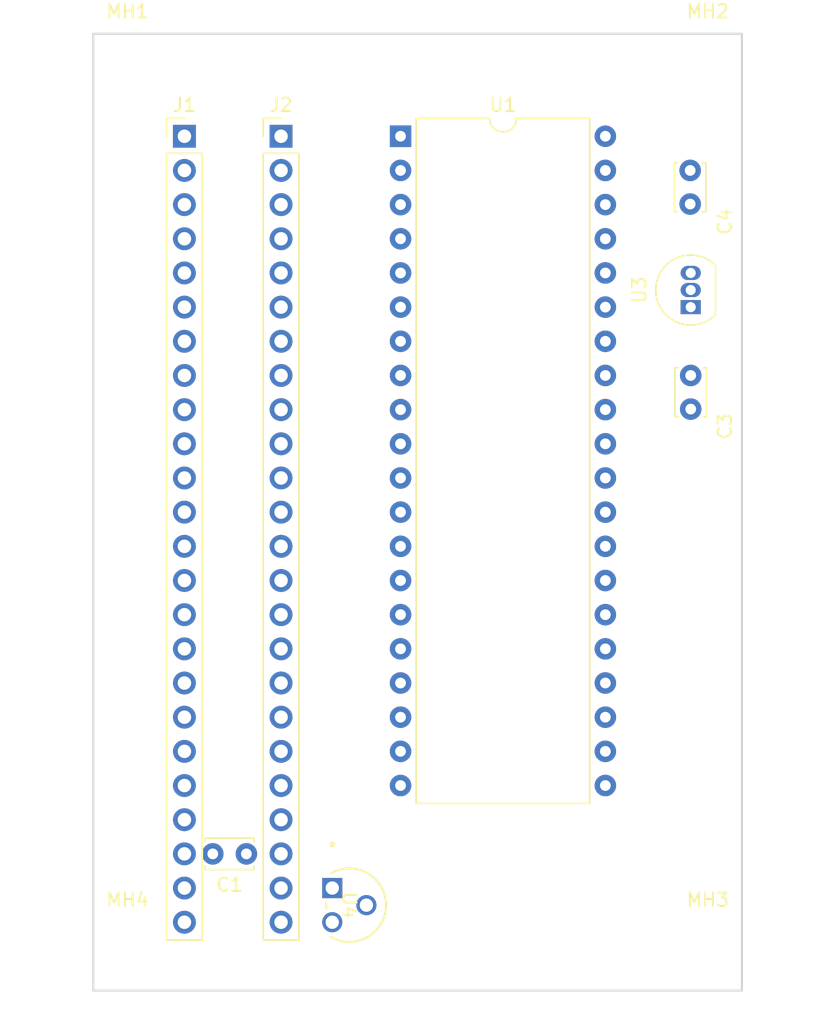
<source format=kicad_pcb>
(kicad_pcb (version 20221018) (generator pcbnew)
  (title_block (title "BionicF3850") (date "2024-03-15") (rev "4") (company "Tadashi G. Takaoka"))
  (layers (0 "F.Cu" signal) (31 "B.Cu" signal) (34 "B.Paste" user) (35 "F.Paste" user) (36 "B.SilkS" user "B.Silkscreen") (37 "F.SilkS" user "F.Silkscreen") (38 "B.Mask" user) (39 "F.Mask" user) (44 "Edge.Cuts" user))
  (net 0 "")
  (net 1 "VCC")
  (net 2 "GND")
  (net 3 "/P53")
  (net 4 "/P26")
  (net 5 "Net-(U1-VGG)")
  (net 6 "/P27")
  (net 7 "/P46")
  (net 9 "/+15V")
  (net 10 "/P24")
  (net 11 "/P23")
  (net 12 "/P22")
  (net 13 "/P21")
  (net 14 "/P20")
  (net 15 "/P34")
  (net 17 "/P35")
  (net 18 "/P17")
  (net 19 "/P36")
  (net 20 "/P16")
  (net 21 "/P47")
  (net 22 "/P15")
  (net 23 "/P40")
  (net 24 "/P14")
  (net 25 "/P41")
  (net 26 "/P13")
  (net 27 "/P42")
  (net 28 "/P12")
  (net 29 "/P11")
  (net 30 "/P10")
  (net 31 "/P33")
  (net 32 "/P32")
  (net 33 "/P31")
  (net 34 "/P30")
  (net 35 "/P55")
  (net 36 "/P37")
  (net 37 "/P25")
  (net 38 "/P54")
  (net 39 "/P50")
  (net 40 "/P43")
  (net 42 "/P51")
  (net 43 "Net-(J2-P57)")
  (footprint "MountingHole:MountingHole_3.2mm_M3" (layer "F.Cu") (at 101 70)
    (fp_text reference "MH1" (at 0 -4.2) (layer "F.SilkS"))
    (fp_text value "MountingHole_3.2mm_M3")
    (pad "" np_thru_hole circle (at 0 0) (size 3.2 3.2) (drill 3.2) (layers "*.Cu" "*.Mask"))
  )
  (footprint "MountingHole:MountingHole_3.2mm_M3" (layer "F.Cu") (at 144.18 70)
    (fp_text reference "MH2" (at 0 -4.2) (layer "F.SilkS"))
    (fp_text value "MountingHole_3.2mm_M3")
    (pad "" np_thru_hole circle (at 0 0) (size 3.2 3.2) (drill 3.2) (layers "*.Cu" "*.Mask"))
  )
  (footprint "MountingHole:MountingHole_3.2mm_M3" (layer "F.Cu") (at 144.18 136.04)
    (fp_text reference "MH3" (at 0 -4.2) (layer "F.SilkS"))
    (fp_text value "MountingHole_3.2mm_M3")
    (pad "" np_thru_hole circle (at 0 0) (size 3.2 3.2) (drill 3.2) (layers "*.Cu" "*.Mask"))
  )
  (footprint "MountingHole:MountingHole_3.2mm_M3" (layer "F.Cu") (at 101 136.04)
    (fp_text reference "MH4" (at 0 -4.2) (layer "F.SilkS"))
    (fp_text value "MountingHole_3.2mm_M3")
    (pad "" np_thru_hole circle (at 0 0) (size 3.2 3.2) (drill 3.2) (layers "*.Cu" "*.Mask"))
  )
  (footprint "Capacitor_THT:C_Disc_D3.4mm_W2.1mm_P2.50mm" (layer "F.Cu") (at 109.85 128.42 180)
    (fp_text reference "C1" (at 1.25 -2.3) (layer "F.SilkS"))
    (fp_text value "0.1u")
    (fp_line (start -0.57 -1.17) (end -0.57 -0.925) (stroke (width 0.12)) (layer "F.SilkS"))
    (fp_line (start -0.57 -1.17) (end 3.07 -1.17) (stroke (width 0.12)) (layer "F.SilkS"))
    (fp_line (start -0.57 0.925) (end -0.57 1.17) (stroke (width 0.12)) (layer "F.SilkS"))
    (fp_line (start -0.57 1.17) (end 3.07 1.17) (stroke (width 0.12)) (layer "F.SilkS"))
    (fp_line (start 3.07 -1.17) (end 3.07 -0.925) (stroke (width 0.12)) (layer "F.SilkS"))
    (fp_line (start 3.07 0.925) (end 3.07 1.17) (stroke (width 0.12)) (layer "F.SilkS"))
    (pad "1" thru_hole circle (at 0 0 180) (size 1.6 1.6) (drill 0.8) (layers "*.Cu" "*.Mask") (net 1 "VCC"))
    (pad "2" thru_hole circle (at 2.5 0 180) (size 1.6 1.6) (drill 0.8) (layers "*.Cu" "*.Mask") (net 2 "GND"))
  )
  (footprint "0-LocalLibrary:TO-92_MC_MCH" (layer "F.Cu") (at 116.24 130.96 -90)
    (fp_text reference "U4" (at 1.27 -1.27 -90 unlocked) (layer "F.SilkS"))
    (fp_text value "11AA010-I/TO")
    (fp_line (start 1.08204 0.4445) (end 1.553476 0.4445) (stroke (width 0.1524)) (layer "F.SilkS"))
    (fp_arc (start -1.08204 0.116917) (mid 0.551186 -3.904186) (end 4.0005 -1.27) (stroke (width 0.1524)) (layer "F.SilkS"))
    (fp_arc (start 4.0005 -1.269999) (mid 3.90215 -0.543764) (end 3.614184 0.130155) (stroke (width 0.1524)) (layer "F.SilkS"))
    (fp_circle (center -3.2385 0) (end -3.1115 0) (stroke (width 0.1524)) (fill none) (layer "F.SilkS"))
    (pad "1" thru_hole rect (at 0 0 270) (size 1.4986 1.4986) (drill 0.9906) (layers "*.Cu" "*.Mask") (net 2 "GND"))
    (pad "2" thru_hole circle (at 1.27 -2.54 270) (size 1.4986 1.4986) (drill 0.9906) (layers "*.Cu" "*.Mask") (net 43 "Net-(J2-P57)"))
    (pad "3" thru_hole circle (at 2.54 0 270) (size 1.4986 1.4986) (drill 0.9906) (layers "*.Cu" "*.Mask") (net 1 "VCC"))
  )
  (footprint "Capacitor_THT:C_Disc_D3.4mm_W2.1mm_P2.50mm" (layer "F.Cu") (at 142.87 80.12 90)
    (fp_text reference "C4" (at -1.31 2.58 90) (layer "F.SilkS"))
    (fp_text value "0.1u")
    (fp_line (start -0.57 -1.17) (end -0.57 -0.925) (stroke (width 0.12)) (layer "F.SilkS"))
    (fp_line (start -0.57 -1.17) (end 3.07 -1.17) (stroke (width 0.12)) (layer "F.SilkS"))
    (fp_line (start -0.57 0.925) (end -0.57 1.17) (stroke (width 0.12)) (layer "F.SilkS"))
    (fp_line (start -0.57 1.17) (end 3.07 1.17) (stroke (width 0.12)) (layer "F.SilkS"))
    (fp_line (start 3.07 -1.17) (end 3.07 -0.925) (stroke (width 0.12)) (layer "F.SilkS"))
    (fp_line (start 3.07 0.925) (end 3.07 1.17) (stroke (width 0.12)) (layer "F.SilkS"))
    (pad "1" thru_hole circle (at 0 0 90) (size 1.6 1.6) (drill 0.8) (layers "*.Cu" "*.Mask") (net 5 "Net-(U1-VGG)"))
    (pad "2" thru_hole circle (at 2.5 0 90) (size 1.6 1.6) (drill 0.8) (layers "*.Cu" "*.Mask") (net 2 "GND"))
  )
  (footprint "Capacitor_THT:C_Disc_D3.4mm_W2.1mm_P2.50mm" (layer "F.Cu") (at 142.91 92.86 -90)
    (fp_text reference "C3" (at 3.77 -2.54 90) (layer "F.SilkS"))
    (fp_text value "0.33u")
    (fp_line (start -0.57 -1.17) (end -0.57 -0.925) (stroke (width 0.12)) (layer "F.SilkS"))
    (fp_line (start -0.57 -1.17) (end 3.07 -1.17) (stroke (width 0.12)) (layer "F.SilkS"))
    (fp_line (start -0.57 0.925) (end -0.57 1.17) (stroke (width 0.12)) (layer "F.SilkS"))
    (fp_line (start -0.57 1.17) (end 3.07 1.17) (stroke (width 0.12)) (layer "F.SilkS"))
    (fp_line (start 3.07 -1.17) (end 3.07 -0.925) (stroke (width 0.12)) (layer "F.SilkS"))
    (fp_line (start 3.07 0.925) (end 3.07 1.17) (stroke (width 0.12)) (layer "F.SilkS"))
    (pad "1" thru_hole circle (at 0 0 270) (size 1.6 1.6) (drill 0.8) (layers "*.Cu" "*.Mask") (net 9 "/+15V"))
    (pad "2" thru_hole circle (at 2.5 0 270) (size 1.6 1.6) (drill 0.8) (layers "*.Cu" "*.Mask") (net 2 "GND"))
  )
  (footprint "connector:Bionic-P135_Vertical" (layer "F.Cu") (at 105.24 75.08)
    (fp_text reference "J1" (at 0 -2.33) (layer "F.SilkS"))
    (fp_text value "Bionic-P135")
    (fp_line (start -1.33 -1.33) (end 0 -1.33) (stroke (width 0.12)) (layer "F.SilkS"))
    (fp_line (start -1.33 0) (end -1.33 -1.33) (stroke (width 0.12)) (layer "F.SilkS"))
    (fp_line (start -1.33 1.27) (end -1.33 59.75) (stroke (width 0.12)) (layer "F.SilkS"))
    (fp_line (start -1.33 1.27) (end 1.33 1.27) (stroke (width 0.12)) (layer "F.SilkS"))
    (fp_line (start -1.33 59.75) (end 1.33 59.75) (stroke (width 0.12)) (layer "F.SilkS"))
    (fp_line (start 1.33 1.27) (end 1.33 59.75) (stroke (width 0.12)) (layer "F.SilkS"))
    (pad "1" thru_hole rect (at 0 0) (size 1.7 1.7) (drill 1) (layers "*.Cu" "*.Mask") (net 2 "GND"))
    (pad "2" thru_hole oval (at 0 2.54) (size 1.7 1.7) (drill 1) (layers "*.Cu" "*.Mask") (net 30 "/P10"))
    (pad "3" thru_hole oval (at 0 5.08) (size 1.7 1.7) (drill 1) (layers "*.Cu" "*.Mask") (net 29 "/P11"))
    (pad "4" thru_hole oval (at 0 7.62) (size 1.7 1.7) (drill 1) (layers "*.Cu" "*.Mask") (net 28 "/P12"))
    (pad "5" thru_hole oval (at 0 10.16) (size 1.7 1.7) (drill 1) (layers "*.Cu" "*.Mask") (net 26 "/P13"))
    (pad "6" thru_hole oval (at 0 12.7) (size 1.7 1.7) (drill 1) (layers "*.Cu" "*.Mask") (net 24 "/P14"))
    (pad "7" thru_hole oval (at 0 15.24) (size 1.7 1.7) (drill 1) (layers "*.Cu" "*.Mask") (net 22 "/P15"))
    (pad "8" thru_hole oval (at 0 17.78) (size 1.7 1.7) (drill 1) (layers "*.Cu" "*.Mask") (net 20 "/P16"))
    (pad "9" thru_hole oval (at 0 20.32) (size 1.7 1.7) (drill 1) (layers "*.Cu" "*.Mask") (net 18 "/P17"))
    (pad "10" thru_hole oval (at 0 22.86) (size 1.7 1.7) (drill 1) (layers "*.Cu" "*.Mask"))
    (pad "11" thru_hole oval (at 0 25.4) (size 1.7 1.7) (drill 1) (layers "*.Cu" "*.Mask") (net 34 "/P30"))
    (pad "12" thru_hole oval (at 0 27.94) (size 1.7 1.7) (drill 1) (layers "*.Cu" "*.Mask") (net 33 "/P31"))
    (pad "13" thru_hole oval (at 0 30.48) (size 1.7 1.7) (drill 1) (layers "*.Cu" "*.Mask") (net 32 "/P32"))
    (pad "14" thru_hole oval (at 0 33.02) (size 1.7 1.7) (drill 1) (layers "*.Cu" "*.Mask") (net 31 "/P33"))
    (pad "15" thru_hole oval (at 0 35.56) (size 1.7 1.7) (drill 1) (layers "*.Cu" "*.Mask") (net 15 "/P34"))
    (pad "16" thru_hole oval (at 0 38.1) (size 1.7 1.7) (drill 1) (layers "*.Cu" "*.Mask") (net 17 "/P35"))
    (pad "17" thru_hole oval (at 0 40.64) (size 1.7 1.7) (drill 1) (layers "*.Cu" "*.Mask") (net 19 "/P36"))
    (pad "18" thru_hole oval (at 0 43.18) (size 1.7 1.7) (drill 1) (layers "*.Cu" "*.Mask") (net 36 "/P37"))
    (pad "19" thru_hole oval (at 0 45.72) (size 1.7 1.7) (drill 1) (layers "*.Cu" "*.Mask") (net 9 "/+15V"))
    (pad "20" thru_hole oval (at 0 48.26) (size 1.7 1.7) (drill 1) (layers "*.Cu" "*.Mask") (net 39 "/P50"))
    (pad "21" thru_hole oval (at 0 50.8) (size 1.7 1.7) (drill 1) (layers "*.Cu" "*.Mask") (net 42 "/P51"))
    (pad "22" thru_hole oval (at 0 53.34) (size 1.7 1.7) (drill 1) (layers "*.Cu" "*.Mask"))
    (pad "23" thru_hole oval (at 0 55.88) (size 1.7 1.7) (drill 1) (layers "*.Cu" "*.Mask") (net 3 "/P53"))
    (pad "24" thru_hole oval (at 0 58.42) (size 1.7 1.7) (drill 1) (layers "*.Cu" "*.Mask") (net 1 "VCC"))
  )
  (footprint "Package_TO_SOT_THT:TO-92_Inline" (layer "F.Cu") (at 142.91 87.78 90)
    (fp_text reference "U3" (at 1.27 -3.81 90) (layer "F.SilkS"))
    (fp_text value "LM78L12")
    (fp_line (start -0.53 1.85) (end 3.07 1.85) (stroke (width 0.12)) (layer "F.SilkS"))
    (fp_arc (start -0.568478 1.838478) (mid -1.132087 -0.994977) (end 1.27 -2.6) (stroke (width 0.12)) (layer "F.SilkS"))
    (fp_arc (start 1.27 -2.6) (mid 3.672087 -0.994977) (end 3.108478 1.838478) (stroke (width 0.12)) (layer "F.SilkS"))
    (pad "1" thru_hole rect (at 0 0 90) (size 1.05 1.5) (drill 0.75) (layers "*.Cu" "*.Mask") (net 5 "Net-(U1-VGG)"))
    (pad "2" thru_hole oval (at 1.27 0 90) (size 1.05 1.5) (drill 0.75) (layers "*.Cu" "*.Mask") (net 2 "GND"))
    (pad "3" thru_hole oval (at 2.54 0 90) (size 1.05 1.5) (drill 0.75) (layers "*.Cu" "*.Mask") (net 9 "/+15V"))
  )
  (footprint "connector:Bionic-P245_Vertical" (layer "F.Cu") (at 112.43 75.08)
    (fp_text reference "J2" (at 0 -2.33) (layer "F.SilkS"))
    (fp_text value "Bionic-P245")
    (fp_line (start -1.33 -1.33) (end 0 -1.33) (stroke (width 0.12)) (layer "F.SilkS"))
    (fp_line (start -1.33 0) (end -1.33 -1.33) (stroke (width 0.12)) (layer "F.SilkS"))
    (fp_line (start -1.33 1.27) (end -1.33 59.75) (stroke (width 0.12)) (layer "F.SilkS"))
    (fp_line (start -1.33 1.27) (end 1.33 1.27) (stroke (width 0.12)) (layer "F.SilkS"))
    (fp_line (start -1.33 59.75) (end 1.33 59.75) (stroke (width 0.12)) (layer "F.SilkS"))
    (fp_line (start 1.33 1.27) (end 1.33 59.75) (stroke (width 0.12)) (layer "F.SilkS"))
    (pad "25" thru_hole oval (at 0 58.42) (size 1.7 1.7) (drill 1) (layers "*.Cu" "*.Mask") (net 1 "VCC"))
    (pad "26" thru_hole oval (at 0 55.88) (size 1.7 1.7) (drill 1) (layers "*.Cu" "*.Mask") (net 43 "Net-(J2-P57)"))
    (pad "27" thru_hole oval (at 0 53.34) (size 1.7 1.7) (drill 1) (layers "*.Cu" "*.Mask"))
    (pad "28" thru_hole oval (at 0 50.8) (size 1.7 1.7) (drill 1) (layers "*.Cu" "*.Mask") (net 35 "/P55"))
    (pad "29" thru_hole oval (at 0 48.26) (size 1.7 1.7) (drill 1) (layers "*.Cu" "*.Mask") (net 38 "/P54"))
    (pad "30" thru_hole oval (at 0 45.72) (size 1.7 1.7) (drill 1) (layers "*.Cu" "*.Mask") (net 9 "/+15V"))
    (pad "31" thru_hole oval (at 0 43.18) (size 1.7 1.7) (drill 1) (layers "*.Cu" "*.Mask") (net 21 "/P47"))
    (pad "32" thru_hole oval (at 0 40.64) (size 1.7 1.7) (drill 1) (layers "*.Cu" "*.Mask") (net 7 "/P46"))
    (pad "33" thru_hole oval (at 0 38.1) (size 1.7 1.7) (drill 1) (layers "*.Cu" "*.Mask"))
    (pad "34" thru_hole oval (at 0 35.56) (size 1.7 1.7) (drill 1) (layers "*.Cu" "*.Mask"))
    (pad "35" thru_hole oval (at 0 33.02) (size 1.7 1.7) (drill 1) (layers "*.Cu" "*.Mask") (net 40 "/P43"))
    (pad "36" thru_hole oval (at 0 30.48) (size 1.7 1.7) (drill 1) (layers "*.Cu" "*.Mask") (net 27 "/P42"))
    (pad "37" thru_hole oval (at 0 27.94) (size 1.7 1.7) (drill 1) (layers "*.Cu" "*.Mask") (net 25 "/P41"))
    (pad "38" thru_hole oval (at 0 25.4) (size 1.7 1.7) (drill 1) (layers "*.Cu" "*.Mask") (net 23 "/P40"))
    (pad "39" thru_hole oval (at 0 22.86) (size 1.7 1.7) (drill 1) (layers "*.Cu" "*.Mask"))
    (pad "40" thru_hole oval (at 0 20.32) (size 1.7 1.7) (drill 1) (layers "*.Cu" "*.Mask") (net 6 "/P27"))
    (pad "41" thru_hole oval (at 0 17.78) (size 1.7 1.7) (drill 1) (layers "*.Cu" "*.Mask") (net 4 "/P26"))
    (pad "42" thru_hole oval (at 0 15.24) (size 1.7 1.7) (drill 1) (layers "*.Cu" "*.Mask") (net 37 "/P25"))
    (pad "43" thru_hole oval (at 0 12.7) (size 1.7 1.7) (drill 1) (layers "*.Cu" "*.Mask") (net 10 "/P24"))
    (pad "44" thru_hole oval (at 0 10.16) (size 1.7 1.7) (drill 1) (layers "*.Cu" "*.Mask") (net 11 "/P23"))
    (pad "45" thru_hole oval (at 0 7.62) (size 1.7 1.7) (drill 1) (layers "*.Cu" "*.Mask") (net 12 "/P22"))
    (pad "46" thru_hole oval (at 0 5.08) (size 1.7 1.7) (drill 1) (layers "*.Cu" "*.Mask") (net 13 "/P21"))
    (pad "47" thru_hole oval (at 0 2.54) (size 1.7 1.7) (drill 1) (layers "*.Cu" "*.Mask") (net 14 "/P20"))
    (pad "48" thru_hole rect (at 0 0) (size 1.7 1.7) (drill 1) (layers "*.Cu" "*.Mask") (net 2 "GND"))
  )
  (footprint "Package_DIP:DIP-40_W15.24mm" (layer "F.Cu") (at 121.32 75.08)
    (fp_text reference "U1" (at 7.62 -2.33) (layer "F.SilkS"))
    (fp_text value "F3850")
    (fp_line (start 1.16 -1.33) (end 1.16 49.59) (stroke (width 0.12)) (layer "F.SilkS"))
    (fp_line (start 1.16 49.59) (end 14.08 49.59) (stroke (width 0.12)) (layer "F.SilkS"))
    (fp_line (start 6.62 -1.33) (end 1.16 -1.33) (stroke (width 0.12)) (layer "F.SilkS"))
    (fp_line (start 14.08 -1.33) (end 8.62 -1.33) (stroke (width 0.12)) (layer "F.SilkS"))
    (fp_line (start 14.08 49.59) (end 14.08 -1.33) (stroke (width 0.12)) (layer "F.SilkS"))
    (fp_arc (start 8.62 -1.33) (mid 7.62 -0.33) (end 6.62 -1.33) (stroke (width 0.12)) (layer "F.SilkS"))
    (pad "1" thru_hole rect (at 0 0) (size 1.6 1.6) (drill 0.8) (layers "*.Cu" "*.Mask") (net 39 "/P50"))
    (pad "2" thru_hole oval (at 0 2.54) (size 1.6 1.6) (drill 0.8) (layers "*.Cu" "*.Mask") (net 42 "/P51"))
    (pad "3" thru_hole oval (at 0 5.08) (size 1.6 1.6) (drill 0.8) (layers "*.Cu" "*.Mask") (net 1 "VCC"))
    (pad "4" thru_hole oval (at 0 7.62) (size 1.6 1.6) (drill 0.8) (layers "*.Cu" "*.Mask") (net 5 "Net-(U1-VGG)"))
    (pad "5" thru_hole oval (at 0 10.16) (size 1.6 1.6) (drill 0.8) (layers "*.Cu" "*.Mask") (net 11 "/P23"))
    (pad "6" thru_hole oval (at 0 12.7) (size 1.6 1.6) (drill 0.8) (layers "*.Cu" "*.Mask") (net 26 "/P13"))
    (pad "7" thru_hole oval (at 0 15.24) (size 1.6 1.6) (drill 0.8) (layers "*.Cu" "*.Mask") (net 31 "/P33"))
    (pad "8" thru_hole oval (at 0 17.78) (size 1.6 1.6) (drill 0.8) (layers "*.Cu" "*.Mask") (net 32 "/P32"))
    (pad "9" thru_hole oval (at 0 20.32) (size 1.6 1.6) (drill 0.8) (layers "*.Cu" "*.Mask") (net 28 "/P12"))
    (pad "10" thru_hole oval (at 0 22.86) (size 1.6 1.6) (drill 0.8) (layers "*.Cu" "*.Mask") (net 12 "/P22"))
    (pad "11" thru_hole oval (at 0 25.4) (size 1.6 1.6) (drill 0.8) (layers "*.Cu" "*.Mask") (net 13 "/P21"))
    (pad "12" thru_hole oval (at 0 27.94) (size 1.6 1.6) (drill 0.8) (layers "*.Cu" "*.Mask") (net 29 "/P11"))
    (pad "13" thru_hole oval (at 0 30.48) (size 1.6 1.6) (drill 0.8) (layers "*.Cu" "*.Mask") (net 33 "/P31"))
    (pad "14" thru_hole oval (at 0 33.02) (size 1.6 1.6) (drill 0.8) (layers "*.Cu" "*.Mask") (net 34 "/P30"))
    (pad "15" thru_hole oval (at 0 35.56) (size 1.6 1.6) (drill 0.8) (layers "*.Cu" "*.Mask") (net 30 "/P10"))
    (pad "16" thru_hole oval (at 0 38.1) (size 1.6 1.6) (drill 0.8) (layers "*.Cu" "*.Mask") (net 14 "/P20"))
    (pad "17" thru_hole oval (at 0 40.64) (size 1.6 1.6) (drill 0.8) (layers "*.Cu" "*.Mask") (net 23 "/P40"))
    (pad "18" thru_hole oval (at 0 43.18) (size 1.6 1.6) (drill 0.8) (layers "*.Cu" "*.Mask") (net 25 "/P41"))
    (pad "19" thru_hole oval (at 0 45.72) (size 1.6 1.6) (drill 0.8) (layers "*.Cu" "*.Mask") (net 27 "/P42"))
    (pad "20" thru_hole oval (at 0 48.26) (size 1.6 1.6) (drill 0.8) (layers "*.Cu" "*.Mask") (net 40 "/P43"))
    (pad "21" thru_hole oval (at 15.24 48.26) (size 1.6 1.6) (drill 0.8) (layers "*.Cu" "*.Mask") (net 7 "/P46"))
    (pad "22" thru_hole oval (at 15.24 45.72) (size 1.6 1.6) (drill 0.8) (layers "*.Cu" "*.Mask") (net 38 "/P54"))
    (pad "23" thru_hole oval (at 15.24 43.18) (size 1.6 1.6) (drill 0.8) (layers "*.Cu" "*.Mask") (net 35 "/P55"))
    (pad "24" thru_hole oval (at 15.24 40.64) (size 1.6 1.6) (drill 0.8) (layers "*.Cu" "*.Mask") (net 2 "GND"))
    (pad "25" thru_hole oval (at 15.24 38.1) (size 1.6 1.6) (drill 0.8) (layers "*.Cu" "*.Mask") (net 6 "/P27"))
    (pad "26" thru_hole oval (at 15.24 35.56) (size 1.6 1.6) (drill 0.8) (layers "*.Cu" "*.Mask") (net 18 "/P17"))
    (pad "27" thru_hole oval (at 15.24 33.02) (size 1.6 1.6) (drill 0.8) (layers "*.Cu" "*.Mask") (net 36 "/P37"))
    (pad "28" thru_hole oval (at 15.24 30.48) (size 1.6 1.6) (drill 0.8) (layers "*.Cu" "*.Mask") (net 19 "/P36"))
    (pad "29" thru_hole oval (at 15.24 27.94) (size 1.6 1.6) (drill 0.8) (layers "*.Cu" "*.Mask") (net 20 "/P16"))
    (pad "30" thru_hole oval (at 15.24 25.4) (size 1.6 1.6) (drill 0.8) (layers "*.Cu" "*.Mask") (net 4 "/P26"))
    (pad "31" thru_hole oval (at 15.24 22.86) (size 1.6 1.6) (drill 0.8) (layers "*.Cu" "*.Mask") (net 37 "/P25"))
    (pad "32" thru_hole oval (at 15.24 20.32) (size 1.6 1.6) (drill 0.8) (layers "*.Cu" "*.Mask") (net 22 "/P15"))
    (pad "33" thru_hole oval (at 15.24 17.78) (size 1.6 1.6) (drill 0.8) (layers "*.Cu" "*.Mask") (net 17 "/P35"))
    (pad "34" thru_hole oval (at 15.24 15.24) (size 1.6 1.6) (drill 0.8) (layers "*.Cu" "*.Mask") (net 15 "/P34"))
    (pad "35" thru_hole oval (at 15.24 12.7) (size 1.6 1.6) (drill 0.8) (layers "*.Cu" "*.Mask") (net 24 "/P14"))
    (pad "36" thru_hole oval (at 15.24 10.16) (size 1.6 1.6) (drill 0.8) (layers "*.Cu" "*.Mask") (net 10 "/P24"))
    (pad "37" thru_hole oval (at 15.24 7.62) (size 1.6 1.6) (drill 0.8) (layers "*.Cu" "*.Mask") (net 3 "/P53"))
    (pad "38" thru_hole oval (at 15.24 5.08) (size 1.6 1.6) (drill 0.8) (layers "*.Cu" "*.Mask") (net 21 "/P47"))
    (pad "39" thru_hole oval (at 15.24 2.54) (size 1.6 1.6) (drill 0.8) (layers "*.Cu" "*.Mask"))
    (pad "40" thru_hole oval (at 15.24 0) (size 1.6 1.6) (drill 0.8) (layers "*.Cu" "*.Mask") (net 2 "GND"))
  )
  (gr_line (start 98.46 138.58) (end 98.46 67.46) (stroke (width 0.15)) (layer "Edge.Cuts"))
  (gr_line (start 146.72 138.58) (end 98.46 138.58) (stroke (width 0.15)) (layer "Edge.Cuts"))
  (gr_line (start 146.72 67.46) (end 146.72 138.58) (stroke (width 0.15)) (layer "Edge.Cuts"))
  (gr_line (start 98.46 67.46) (end 146.72 67.46) (stroke (width 0.15)) (layer "Edge.Cuts"))
)
</source>
